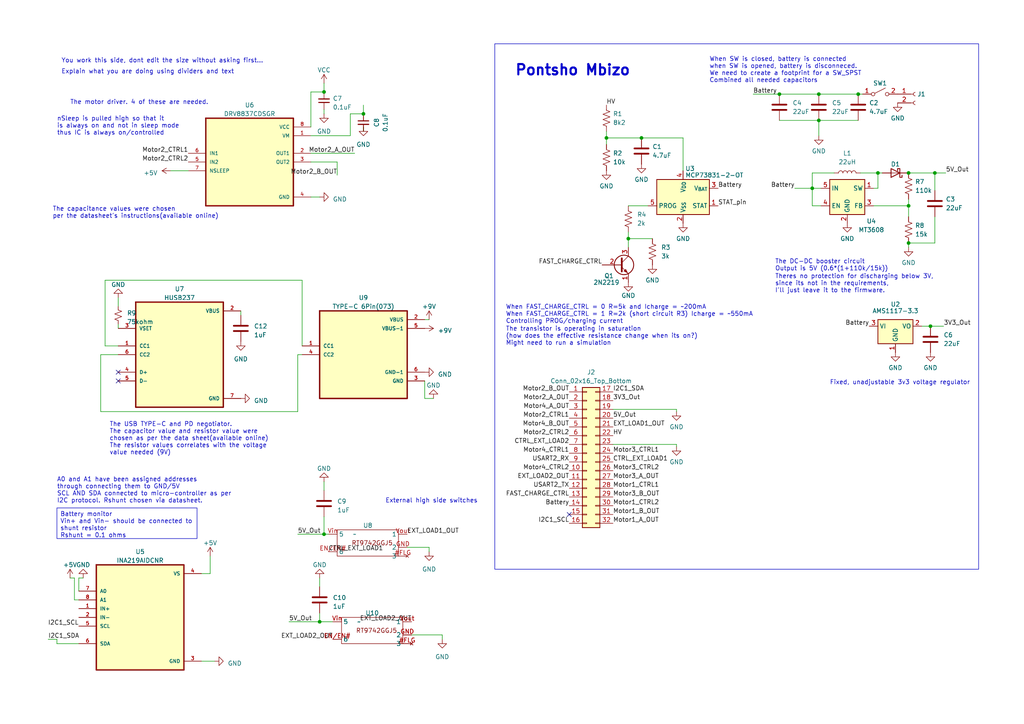
<source format=kicad_sch>
(kicad_sch (version 20230121) (generator eeschema)
  (paper "A4")
  (title_block (title "MM power subsystem") (date "2025-03-21") (rev "v0.0") (company "University Of Cape Town") (comment 2 "MBZPON001"))
  (lib_symbols
    (symbol "Battery_Management:MCP73831-2-OT"
      (property "Reference" "U" (at -7.62 6.35 0))
      (property "Value" "MCP73831-2-OT" (at 1.27 6.35 0))
      (symbol "MCP73831-2-OT_0_1"
        (rectangle (start -7.62 5.08) (end 7.62 -5.08) (stroke (width 0.254)) (fill (type background)))
      )
      (symbol "MCP73831-2-OT_1_1"
        (pin tri_state line (at 10.16 -2.54 180) (length 2.54) (name "STAT") (number "1"))
        (pin power_in line (at 0 -7.62 90) (length 2.54) (name "V_{SS}") (number "2"))
        (pin power_out line (at 10.16 2.54 180) (length 2.54) (name "V_{BAT}") (number "3"))
        (pin power_in line (at 0 7.62 270) (length 2.54) (name "V_{DD}") (number "4"))
        (pin input line (at -10.16 -2.54 0) (length 2.54) (name "PROG") (number "5"))
      )
    )
    (symbol "Connector:Conn_01x02_Socket" (pin_names (offset 1.016) hide)
      (property "Reference" "J" (at 0 2.54 0))
      (property "Value" "Conn_01x02_Socket" (at 0 -5.08 0))
      (symbol "Conn_01x02_Socket_1_1"
        (arc (start 0 -2.032) (mid -0.5058 -2.54) (end 0 -3.048) (stroke (width 0.1524)))
        (polyline (pts (xy -1.27 -2.54) (xy -0.508 -2.54)) (stroke (width 0.1524)))
        (polyline (pts (xy -1.27 0) (xy -0.508 0)) (stroke (width 0.1524)))
        (arc (start 0 0.508) (mid -0.5058 0) (end 0 -0.508) (stroke (width 0.1524)))
        (pin passive line (at -5.08 0 0) (length 3.81) (name "Pin_1") (number "1"))
        (pin passive line (at -5.08 -2.54 0) (length 3.81) (name "Pin_2") (number "2"))
      )
    )
    (symbol "Connector_Generic:Conn_02x16_Top_Bottom" (pin_names (offset 1.016) hide)
      (property "Reference" "J" (at 1.27 20.32 0))
      (property "Value" "Conn_02x16_Top_Bottom" (at 1.27 -22.86 0))
      (symbol "Conn_02x16_Top_Bottom_1_1"
        (rectangle (start -1.27 -20.193) (end 0 -20.447) (stroke (width 0.1524)))
        (rectangle (start -1.27 -17.653) (end 0 -17.907) (stroke (width 0.1524)))
        (rectangle (start -1.27 -15.113) (end 0 -15.367) (stroke (width 0.1524)))
        (rectangle (start -1.27 -12.573) (end 0 -12.827) (stroke (width 0.1524)))
        (rectangle (start -1.27 -10.033) (end 0 -10.287) (stroke (width 0.1524)))
        (rectangle (start -1.27 -7.493) (end 0 -7.747) (stroke (width 0.1524)))
        (rectangle (start -1.27 -4.953) (end 0 -5.207) (stroke (width 0.1524)))
        (rectangle (start -1.27 -2.413) (end 0 -2.667) (stroke (width 0.1524)))
        (rectangle (start -1.27 0.127) (end 0 -0.127) (stroke (width 0.1524)))
        (rectangle (start -1.27 2.667) (end 0 2.413) (stroke (width 0.1524)))
        (rectangle (start -1.27 5.207) (end 0 4.953) (stroke (width 0.1524)))
        (rectangle (start -1.27 7.747) (end 0 7.493) (stroke (width 0.1524)))
        (rectangle (start -1.27 10.287) (end 0 10.033) (stroke (width 0.1524)))
        (rectangle (start -1.27 12.827) (end 0 12.573) (stroke (width 0.1524)))
        (rectangle (start -1.27 15.367) (end 0 15.113) (stroke (width 0.1524)))
        (rectangle (start -1.27 17.907) (end 0 17.653) (stroke (width 0.1524)))
        (rectangle (start -1.27 19.05) (end 3.81 -21.59) (stroke (width 0.254)) (fill (type background)))
        (rectangle (start 3.81 -20.193) (end 2.54 -20.447) (stroke (width 0.1524)))
        (rectangle (start 3.81 -17.653) (end 2.54 -17.907) (stroke (width 0.1524)))
        (rectangle (start 3.81 -15.113) (end 2.54 -15.367) (stroke (width 0.1524)))
        (rectangle (start 3.81 -12.573) (end 2.54 -12.827) (stroke (width 0.1524)))
        (rectangle (start 3.81 -10.033) (end 2.54 -10.287) (stroke (width 0.1524)))
        (rectangle (start 3.81 -7.493) (end 2.54 -7.747) (stroke (width 0.1524)))
        (rectangle (start 3.81 -4.953) (end 2.54 -5.207) (stroke (width 0.1524)))
        (rectangle (start 3.81 -2.413) (end 2.54 -2.667) (stroke (width 0.1524)))
        (rectangle (start 3.81 0.127) (end 2.54 -0.127) (stroke (width 0.1524)))
        (rectangle (start 3.81 2.667) (end 2.54 2.413) (stroke (width 0.1524)))
        (rectangle (start 3.81 5.207) (end 2.54 4.953) (stroke (width 0.1524)))
        (rectangle (start 3.81 7.747) (end 2.54 7.493) (stroke (width 0.1524)))
        (rectangle (start 3.81 10.287) (end 2.54 10.033) (stroke (width 0.1524)))
        (rectangle (start 3.81 12.827) (end 2.54 12.573) (stroke (width 0.1524)))
        (rectangle (start 3.81 15.367) (end 2.54 15.113) (stroke (width 0.1524)))
        (rectangle (start 3.81 17.907) (end 2.54 17.653) (stroke (width 0.1524)))
        (pin passive line (at -5.08 17.78 0) (length 3.81) (name "Pin_1") (number "1"))
        (pin passive line (at -5.08 -5.08 0) (length 3.81) (name "Pin_10") (number "10"))
        (pin passive line (at -5.08 -7.62 0) (length 3.81) (name "Pin_11") (number "11"))
        (pin passive line (at -5.08 -10.16 0) (length 3.81) (name "Pin_12") (number "12"))
        (pin passive line (at -5.08 -12.7 0) (length 3.81) (name "Pin_13") (number "13"))
        (pin passive line (at -5.08 -15.24 0) (length 3.81) (name "Pin_14") (number "14"))
        (pin passive line (at -5.08 -17.78 0) (length 3.81) (name "Pin_15") (number "15"))
        (pin passive line (at -5.08 -20.32 0) (length 3.81) (name "Pin_16") (number "16"))
        (pin passive line (at 7.62 17.78 180) (length 3.81) (name "Pin_17") (number "17"))
        (pin passive line (at 7.62 15.24 180) (length 3.81) (name "Pin_18") (number "18"))
        (pin passive line (at 7.62 12.7 180) (length 3.81) (name "Pin_19") (number "19"))
        (pin passive line (at -5.08 15.24 0) (length 3.81) (name "Pin_2") (number "2"))
        (pin passive line (at 7.62 10.16 180) (length 3.81) (name "Pin_20") (number "20"))
        (pin passive line (at 7.62 7.62 180) (length 3.81) (name "Pin_21") (number "21"))
        (pin passive line (at 7.62 5.08 180) (length 3.81) (name "Pin_22") (number "22"))
        (pin passive line (at 7.62 2.54 180) (length 3.81) (name "Pin_23") (number "23"))
        (pin passive line (at 7.62 0 180) (length 3.81) (name "Pin_24") (number "24"))
        (pin passive line (at 7.62 -2.54 180) (length 3.81) (name "Pin_25") (number "25"))
        (pin passive line (at 7.62 -5.08 180) (length 3.81) (name "Pin_26") (number "26"))
        (pin passive line (at 7.62 -7.62 180) (length 3.81) (name "Pin_27") (number "27"))
        (pin passive line (at 7.62 -10.16 180) (length 3.81) (name "Pin_28") (number "28"))
        (pin passive line (at 7.62 -12.7 180) (length 3.81) (name "Pin_29") (number "29"))
        (pin passive line (at -5.08 12.7 0) (length 3.81) (name "Pin_3") (number "3"))
        (pin passive line (at 7.62 -15.24 180) (length 3.81) (name "Pin_30") (number "30"))
        (pin passive line (at 7.62 -17.78 180) (length 3.81) (name "Pin_31") (number "31"))
        (pin passive line (at 7.62 -20.32 180) (length 3.81) (name "Pin_32") (number "32"))
        (pin passive line (at -5.08 10.16 0) (length 3.81) (name "Pin_4") (number "4"))
        (pin passive line (at -5.08 7.62 0) (length 3.81) (name "Pin_5") (number "5"))
        (pin passive line (at -5.08 5.08 0) (length 3.81) (name "Pin_6") (number "6"))
        (pin passive line (at -5.08 2.54 0) (length 3.81) (name "Pin_7") (number "7"))
        (pin passive line (at -5.08 0 0) (length 3.81) (name "Pin_8") (number "8"))
        (pin passive line (at -5.08 -2.54 0) (length 3.81) (name "Pin_9") (number "9"))
      )
    )
    (symbol "DRV8837CDSGR:DRV8837CDSGR" (pin_names (offset 1.016))
      (property "Reference" "U" (at -12.7 13.7 0))
      (property "Value" "DRV8837CDSGR" (at -12.7 -16.7 0))
      (symbol "DRV8837CDSGR_0_0"
        (rectangle (start -12.7 -12.7) (end 12.7 12.7) (stroke (width 0.41)) (fill (type background)))
        (pin power_in line (at 17.78 7.62 180) (length 5.08) (name "VM") (number "1"))
        (pin output line (at 17.78 2.54 180) (length 5.08) (name "OUT1") (number "2"))
        (pin output line (at 17.78 0 180) (length 5.08) (name "OUT2") (number "3"))
        (pin power_in line (at 17.78 -10.16 180) (length 5.08) (name "GND") (number "4"))
        (pin input line (at -17.78 0 0) (length 5.08) (name "IN2") (number "5"))
        (pin input line (at -17.78 2.54 0) (length 5.08) (name "IN1") (number "6"))
        (pin input line (at -17.78 -2.54 0) (length 5.08) (name "NSLEEP") (number "7"))
        (pin power_in line (at 17.78 10.16 180) (length 5.08) (name "VCC") (number "8"))
      )
    )
    (symbol "Device:C" (pin_numbers hide) (pin_names (offset 0.254))
      (property "Reference" "C" (at 0.635 2.54 0))
      (property "Value" "C" (at 0.635 -2.54 0))
      (symbol "C_0_1"
        (polyline (pts (xy -2.032 -0.762) (xy 2.032 -0.762)) (stroke (width 0.508)))
        (polyline (pts (xy -2.032 0.762) (xy 2.032 0.762)) (stroke (width 0.508)))
      )
      (symbol "C_1_1"
        (pin passive line (at 0 3.81 270) (length 2.794) (name "~") (number "1"))
        (pin passive line (at 0 -3.81 90) (length 2.794) (name "~") (number "2"))
      )
    )
    (symbol "Device:C_Small" (pin_numbers hide) (pin_names (offset 0.254) hide)
      (property "Reference" "C" (at 0.254 1.778 0))
      (property "Value" "C_Small" (at 0.254 -2.032 0))
      (symbol "C_Small_0_1"
        (polyline (pts (xy -1.524 -0.508) (xy 1.524 -0.508)) (stroke (width 0.3302)))
        (polyline (pts (xy -1.524 0.508) (xy 1.524 0.508)) (stroke (width 0.3048)))
      )
      (symbol "C_Small_1_1"
        (pin passive line (at 0 2.54 270) (length 2.032) (name "~") (number "1"))
        (pin passive line (at 0 -2.54 90) (length 2.032) (name "~") (number "2"))
      )
    )
    (symbol "Device:L" (pin_numbers hide) (pin_names (offset 1.016) hide)
      (property "Reference" "L" (at -1.27 0 90))
      (property "Value" "L" (at 1.905 0 90))
      (symbol "L_0_1"
        (arc (start 0 -2.54) (mid 0.6323 -1.905) (end 0 -1.27))
        (arc (start 0 -1.27) (mid 0.6323 -0.635) (end 0 0))
        (arc (start 0 0) (mid 0.6323 0.635) (end 0 1.27))
        (arc (start 0 1.27) (mid 0.6323 1.905) (end 0 2.54))
      )
      (symbol "L_1_1"
        (pin passive line (at 0 3.81 270) (length 1.27) (name "1") (number "1"))
        (pin passive line (at 0 -3.81 90) (length 1.27) (name "2") (number "2"))
      )
    )
    (symbol "Device:R_Small_US" (pin_numbers hide) (pin_names (offset 0.254) hide)
      (property "Reference" "R" (at 0.762 0.508 0))
      (property "Value" "R_Small_US" (at 0.762 -1.016 0))
      (symbol "R_Small_US_1_1"
        (polyline (pts (xy 0 0) (xy 1.016 -0.381) (xy 0 -0.762) (xy -1.016 -1.143) (xy 0 -1.524)))
        (polyline (pts (xy 0 1.524) (xy 1.016 1.143) (xy 0 0.762) (xy -1.016 0.381) (xy 0 0)))
        (pin passive line (at 0 2.54 270) (length 1.016) (name "~") (number "1"))
        (pin passive line (at 0 -2.54 90) (length 1.016) (name "~") (number "2"))
      )
    )
    (symbol "Device:R_US" (pin_numbers hide) (pin_names (offset 0))
      (property "Reference" "R" (at 2.54 0 90))
      (property "Value" "R_US" (at -2.54 0 90))
      (symbol "R_US_0_1"
        (polyline (pts (xy 0 -2.286) (xy 0 -2.54)))
        (polyline (pts (xy 0 2.286) (xy 0 2.54)))
        (polyline (pts (xy 0 -0.762) (xy 1.016 -1.143) (xy 0 -1.524) (xy -1.016 -1.905) (xy 0 -2.286)))
        (polyline (pts (xy 0 0.762) (xy 1.016 0.381) (xy 0 0) (xy -1.016 -0.381) (xy 0 -0.762)))
        (polyline (pts (xy 0 2.286) (xy 1.016 1.905) (xy 0 1.524) (xy -1.016 1.143) (xy 0 0.762)))
      )
      (symbol "R_US_1_1"
        (pin passive line (at 0 3.81 270) (length 1.27) (name "~") (number "1"))
        (pin passive line (at 0 -3.81 90) (length 1.27) (name "~") (number "2"))
      )
    )
    (symbol "Diode:1N5819" (pin_numbers hide) (pin_names (offset 1.016) hide)
      (property "Reference" "D" (at 0 2.54 0))
      (property "Value" "1N5819" (at 0 -2.54 0))
      (symbol "1N5819_0_1"
        (polyline (pts (xy 1.27 0) (xy -1.27 0)))
        (polyline (pts (xy 1.27 1.27) (xy 1.27 -1.27) (xy -1.27 0) (xy 1.27 1.27)) (stroke (width 0.254)))
        (polyline (pts (xy -1.905 0.635) (xy -1.905 1.27) (xy -1.27 1.27) (xy -1.27 -1.27) (xy -0.635 -1.27) (xy -0.635 -0.635)) (stroke (width 0.254)))
      )
      (symbol "1N5819_1_1"
        (pin passive line (at -3.81 0 0) (length 2.54) (name "K") (number "1"))
        (pin passive line (at 3.81 0 180) (length 2.54) (name "A") (number "2"))
      )
    )
    (symbol "HUSB237:LM74502DDFR" (pin_names (offset 1.016))
      (property "Reference" "U" (at -12.7 16.24 0))
      (property "Value" "LM74502DDFR" (at -12.7 -19.24 0))
      (symbol "LM74502DDFR_0_0"
        (rectangle (start -12.7 -15.24) (end 12.7 15.24) (stroke (width 0.41)) (fill (type background)))
        (pin bidirectional line (at -17.78 2.54 0) (length 5.08) (name "CC1") (number "1"))
        (pin power_in line (at 17.78 12.7 180) (length 5.08) (name "VBUS") (number "2"))
        (pin input line (at -17.78 7.62 0) (length 5.08) (name "VSET") (number "3"))
        (pin bidirectional line (at -17.78 -5.08 0) (length 5.08) (name "D+") (number "4"))
        (pin bidirectional line (at -17.78 -7.62 0) (length 5.08) (name "D-") (number "5"))
        (pin bidirectional line (at -17.78 0 0) (length 5.08) (name "CC2") (number "6"))
        (pin power_in line (at 17.78 -12.7 180) (length 5.08) (name "GND") (number "7"))
      )
    )
    (symbol "INA219AIDCNR:INA219AIDCNR" (pin_names (offset 1.016))
      (property "Reference" "U" (at -12.7 16.24 0))
      (property "Value" "INA219AIDCNR" (at -12.7 -19.24 0))
      (symbol "INA219AIDCNR_0_0"
        (rectangle (start -12.7 -15.24) (end 12.7 15.24) (stroke (width 0.41)) (fill (type background)))
        (pin input line (at -17.78 2.54 0) (length 5.08) (name "IN+") (number "1"))
        (pin input line (at -17.78 0 0) (length 5.08) (name "IN-") (number "2"))
        (pin power_in line (at 17.78 -12.7 180) (length 5.08) (name "GND") (number "3"))
        (pin power_in line (at 17.78 12.7 180) (length 5.08) (name "VS") (number "4"))
        (pin input line (at -17.78 -2.54 0) (length 5.08) (name "SCL") (number "5"))
        (pin bidirectional line (at -17.78 -7.62 0) (length 5.08) (name "SDA") (number "6"))
        (pin input line (at -17.78 7.62 0) (length 5.08) (name "A0") (number "7"))
        (pin input line (at -17.78 5.08 0) (length 5.08) (name "A1") (number "8"))
      )
    )
    (symbol "Regulator_Linear:AMS1117-3.3"
      (property "Reference" "U" (at -3.81 3.175 0))
      (property "Value" "AMS1117-3.3" (at 0 3.175 0))
      (symbol "AMS1117-3.3_0_1"
        (rectangle (start -5.08 -5.08) (end 5.08 1.905) (stroke (width 0.254)) (fill (type background)))
      )
      (symbol "AMS1117-3.3_1_1"
        (pin power_in line (at 0 -7.62 90) (length 2.54) (name "GND") (number "1"))
        (pin power_out line (at 7.62 0 180) (length 2.54) (name "VO") (number "2"))
        (pin power_in line (at -7.62 0 0) (length 2.54) (name "VI") (number "3"))
      )
    )
    (symbol "Regulator_Switching:MT3608"
      (property "Reference" "U" (at -2.54 8.89 0))
      (property "Value" "MT3608" (at -3.81 6.35 0))
      (symbol "MT3608_0_1"
        (rectangle (start -5.08 5.08) (end 5.08 -5.08) (stroke (width 0.254)) (fill (type background)))
      )
      (symbol "MT3608_1_1"
        (pin passive line (at 7.62 2.54 180) (length 2.54) (name "SW") (number "1"))
        (pin power_in line (at 0 -7.62 90) (length 2.54) (name "GND") (number "2"))
        (pin input line (at 7.62 -2.54 180) (length 2.54) (name "FB") (number "3"))
        (pin input line (at -7.62 -2.54 0) (length 2.54) (name "EN") (number "4"))
        (pin power_in line (at -7.62 2.54 0) (length 2.54) (name "IN") (number "5"))
        (pin no_connect line (at 5.08 0 180) (length 2.54) hide (name "NC") (number "6"))
      )
    )
    (symbol "Switch:SW_SPST" (pin_names (offset 0) hide)
      (property "Reference" "SW" (at 0 3.175 0))
      (property "Value" "SW_SPST" (at 0 -2.54 0))
      (symbol "SW_SPST_0_0"
        (circle (center -2.032 0) (radius 0.508))
        (polyline (pts (xy -1.524 0.254) (xy 1.524 1.778)))
        (circle (center 2.032 0) (radius 0.508))
      )
      (symbol "SW_SPST_1_1"
        (pin passive line (at -5.08 0 0) (length 2.54) (name "A") (number "1"))
        (pin passive line (at 5.08 0 180) (length 2.54) (name "B") (number "2"))
      )
    )
    (symbol "TYPE-C 6P(073):LM74502DDFR" (pin_names (offset 1.016))
      (property "Reference" "U" (at -12.7 13.7 0))
      (property "Value" "LM74502DDFR" (at -12.7 -16.7 0))
      (symbol "LM74502DDFR_0_0"
        (rectangle (start -12.7 -12.7) (end 12.7 12.7) (stroke (width 0.41)) (fill (type background)))
        (pin bidirectional line (at -17.78 2.54 0) (length 5.08) (name "CC1") (number "1"))
        (pin power_in line (at 17.78 10.16 180) (length 5.08) (name "VBUS") (number "2"))
        (pin power_in line (at 17.78 -7.62 180) (length 5.08) (name "GND") (number "3"))
        (pin bidirectional line (at -17.78 0 0) (length 5.08) (name "CC2") (number "4"))
        (pin power_in line (at 17.78 7.62 180) (length 5.08) (name "VBUS-1") (number "5"))
        (pin power_in line (at 17.78 -5.08 180) (length 5.08) (name "GND-1") (number "6"))
      )
    )
    (symbol "Transistor_BJT:2N2219" (pin_names (offset 0) hide)
      (property "Reference" "Q" (at 5.08 1.905 0))
      (property "Value" "2N2219" (at 5.08 0 0))
      (symbol "2N2219_0_1"
        (polyline (pts (xy 0.635 0.635) (xy 2.54 2.54)))
        (polyline (pts (xy 0.635 -0.635) (xy 2.54 -2.54) (xy 2.54 -2.54)))
        (polyline (pts (xy 0.635 1.905) (xy 0.635 -1.905) (xy 0.635 -1.905)) (stroke (width 0.508)))
        (polyline (pts (xy 1.27 -1.778) (xy 1.778 -1.27) (xy 2.286 -2.286) (xy 1.27 -1.778) (xy 1.27 -1.778)) (fill (type outline)))
        (circle (center 1.27 0) (radius 2.8194) (stroke (width 0.254)))
      )
      (symbol "2N2219_1_1"
        (pin passive line (at 2.54 -5.08 90) (length 2.54) (name "E") (number "1"))
        (pin passive line (at -5.08 0 0) (length 5.715) (name "B") (number "2"))
        (pin passive line (at 2.54 5.08 270) (length 2.54) (name "C") (number "3"))
      )
    )
    (symbol "external swith:RT9742GGj5"
      (property "Reference" "U4" (at 2.54 -2.54 0))
      (symbol "RT9742GGj5_0_1"
        (rectangle (start -2.54 -1.27) (end 15.24 -8.89))
      )
      (symbol "RT9742GGj5_1_1"
        (text "RT9742GGJ5" (at 7.62 -5.08 0) (effects (font (size 1.27 1.27))))
        (pin no_connect line (at 17.78 -8.89 180) (length 2.54) (name "3") (number "#FLG"))
        (pin input line (at -5.08 -7.62 0) (length 2.54) (name "6") (number "EN/EN#"))
        (pin power_in line (at 17.78 -6.35 180) (length 2.54) (name "2") (number "GND"))
        (pin power_in line (at -5.08 -2.54 0) (length 2.54) (name "5") (number "Vin"))
        (pin power_out line (at 17.78 -2.54 180) (length 2.54) (name "1") (number "Vout"))
      )
    )
    (symbol "power:+5V" (power) (pin_names (offset 0))
      (property "Value" "+5V" (at 0 3.556 0))
      (symbol "+5V_0_1"
        (polyline (pts (xy -0.762 1.27) (xy 0 2.54)))
        (polyline (pts (xy 0 0) (xy 0 2.54)))
        (polyline (pts (xy 0 2.54) (xy 0.762 1.27)))
      )
      (symbol "+5V_1_1"
        (pin power_in line (at 0 0 90) (length 0) hide (name "+5V") (number "1"))
      )
    )
    (symbol "power:+9V" (power) (pin_names (offset 0))
      (property "Value" "+9V" (at 0 3.556 0))
      (symbol "+9V_0_1"
        (polyline (pts (xy -0.762 1.27) (xy 0 2.54)))
        (polyline (pts (xy 0 0) (xy 0 2.54)))
        (polyline (pts (xy 0 2.54) (xy 0.762 1.27)))
      )
      (symbol "+9V_1_1"
        (pin power_in line (at 0 0 90) (length 0) hide (name "+9V") (number "1"))
      )
    )
    (symbol "power:GND" (power) (pin_names (offset 0))
      (property "Value" "GND" (at 0 -3.81 0))
      (symbol "GND_0_1"
        (polyline (pts (xy 0 0) (xy 0 -1.27) (xy 1.27 -1.27) (xy 0 -2.54) (xy -1.27 -1.27) (xy 0 -1.27)))
      )
      (symbol "GND_1_1"
        (pin power_in line (at 0 0 270) (length 0) hide (name "GND") (number "1"))
      )
    )
    (symbol "power:VCC" (power) (pin_names (offset 0))
      (property "Value" "VCC" (at 0 3.81 0))
      (symbol "VCC_0_1"
        (polyline (pts (xy -0.762 1.27) (xy 0 2.54)))
        (polyline (pts (xy 0 0) (xy 0 2.54)))
        (polyline (pts (xy 0 2.54) (xy 0.762 1.27)))
      )
      (symbol "VCC_1_1"
        (pin power_in line (at 0 0 90) (length 0) hide (name "VCC") (number "1"))
      )
    )
  )
  (junction (at 269.875 94.615))
  (junction (at 182.245 69.215))
  (junction (at 263.525 59.69))
  (junction (at 226.06 27.305))
  (junction (at 237.49 34.925))
  (junction (at 105.41 33.02))
  (junction (at 237.49 27.305))
  (junction (at 235.585 54.61))
  (junction (at 248.92 27.305))
  (junction (at 263.525 70.485))
  (junction (at 93.98 154.94))
  (junction (at 254.635 50.165))
  (junction (at 186.055 40.005))
  (junction (at 271.145 50.165))
  (junction (at 263.525 50.165))
  (junction (at 175.895 40.005))
  (junction (at 93.98 26.67))
  (junction (at 92.71 180.34))
  (no_connect (at 34.29 110.49))
  (no_connect (at 34.29 107.95))
  (no_connect (at 165.1 149.225))
  (wire (pts (xy 235.585 59.69) (xy 235.585 54.61)))
  (wire (pts (xy 86.36 102.87) (xy 87.63 102.87)))
  (wire (pts (xy 218.44 27.305) (xy 226.06 27.305)))
  (wire (pts (xy 226.06 34.925) (xy 237.49 34.925)))
  (wire (pts (xy 22.86 173.99) (xy 21.59 173.99)))
  (wire (pts (xy 83.82 180.34) (xy 92.71 180.34)))
  (wire (pts (xy 21.59 167.64) (xy 20.32 167.64)))
  (wire (pts (xy 90.17 39.37) (xy 101.6 39.37)))
  (wire (pts (xy 90.17 26.67) (xy 93.98 26.67)))
  (wire (pts (xy 93.98 154.94) (xy 93.98 149.86)))
  (wire (pts (xy 182.245 59.69) (xy 187.96 59.69)))
  (wire (pts (xy 177.8 118.745) (xy 196.215 118.745)))
  (wire (pts (xy 182.245 67.31) (xy 182.245 69.215)))
  (wire (pts (xy 263.525 71.755) (xy 263.525 70.485)))
  (wire (pts (xy 271.145 50.165) (xy 263.525 50.165)))
  (wire (pts (xy 97.79 46.99) (xy 90.17 46.99)))
  (wire (pts (xy 101.6 39.37) (xy 101.6 33.02)))
  (wire (pts (xy 34.29 102.87) (xy 29.21 102.87)))
  (wire (pts (xy 87.63 81.28) (xy 87.63 100.33)))
  (wire (pts (xy 196.215 118.745) (xy 196.215 119.38)))
  (wire (pts (xy 198.12 40.005) (xy 186.055 40.005)))
  (wire (pts (xy 86.36 119.38) (xy 86.36 102.87)))
  (wire (pts (xy 267.335 94.615) (xy 269.875 94.615)))
  (wire (pts (xy 90.17 26.67) (xy 90.17 36.83)))
  (wire (pts (xy 34.29 100.33) (xy 30.48 100.33)))
  (wire (pts (xy 235.585 54.61) (xy 238.125 54.61)))
  (wire (pts (xy 238.125 59.69) (xy 235.585 59.69)))
  (wire (pts (xy 226.06 27.305) (xy 237.49 27.305)))
  (wire (pts (xy 235.585 50.165) (xy 235.585 54.61)))
  (wire (pts (xy 118.11 158.75) (xy 124.46 158.75)))
  (wire (pts (xy 182.245 69.215) (xy 189.23 69.215)))
  (wire (pts (xy 86.36 154.94) (xy 93.98 154.94)))
  (wire (pts (xy 34.29 93.98) (xy 34.29 95.25)))
  (wire (pts (xy 175.895 38.1) (xy 175.895 40.005)))
  (wire (pts (xy 248.92 27.305) (xy 250.19 27.305)))
  (wire (pts (xy 271.145 62.865) (xy 271.145 70.485)))
  (wire (pts (xy 69.85 90.17) (xy 69.85 91.44)))
  (wire (pts (xy 92.71 167.64) (xy 92.71 170.18)))
  (wire (pts (xy 186.055 40.005) (xy 175.895 40.005)))
  (wire (pts (xy 230.505 54.61) (xy 235.585 54.61)))
  (wire (pts (xy 198.12 49.53) (xy 198.12 40.005)))
  (wire (pts (xy 34.29 86.36) (xy 34.29 88.9)))
  (wire (pts (xy 16.51 186.69) (xy 22.86 186.69)))
  (wire (pts (xy 237.49 39.37) (xy 237.49 34.925)))
  (wire (pts (xy 123.19 92.71) (xy 124.46 92.71)))
  (wire (pts (xy 253.365 54.61) (xy 254.635 54.61)))
  (wire (pts (xy 92.71 180.34) (xy 96.52 180.34)))
  (wire (pts (xy 49.53 49.53) (xy 54.61 49.53)))
  (wire (pts (xy 93.98 139.7) (xy 93.98 142.24)))
  (wire (pts (xy 29.21 119.38) (xy 86.36 119.38)))
  (wire (pts (xy 271.145 70.485) (xy 263.525 70.485)))
  (wire (pts (xy 22.86 171.45) (xy 22.86 167.64)))
  (wire (pts (xy 16.51 185.42) (xy 16.51 186.69)))
  (wire (pts (xy 271.145 50.165) (xy 274.32 50.165)))
  (wire (pts (xy 124.46 158.75) (xy 124.46 160.02)))
  (wire (pts (xy 13.97 185.42) (xy 16.51 185.42)))
  (wire (pts (xy 182.245 69.215) (xy 182.245 71.755)))
  (wire (pts (xy 105.41 38.1) (xy 105.41 36.83)))
  (wire (pts (xy 105.41 30.48) (xy 105.41 33.02)))
  (wire (pts (xy 241.935 50.165) (xy 235.585 50.165)))
  (wire (pts (xy 90.17 57.15) (xy 92.71 57.15)))
  (wire (pts (xy 254.635 54.61) (xy 254.635 50.165)))
  (wire (pts (xy 271.145 55.245) (xy 271.145 50.165)))
  (wire (pts (xy 102.87 44.45) (xy 90.17 44.45)))
  (wire (pts (xy 177.8 128.905) (xy 196.215 128.905)))
  (wire (pts (xy 29.21 102.87) (xy 29.21 119.38)))
  (wire (pts (xy 30.48 81.28) (xy 87.63 81.28)))
  (wire (pts (xy 263.525 59.69) (xy 263.525 62.865)))
  (wire (pts (xy 196.215 128.905) (xy 196.215 129.54)))
  (wire (pts (xy 58.42 166.37) (xy 60.96 166.37)))
  (wire (pts (xy 125.73 115.57) (xy 123.19 115.57)))
  (wire (pts (xy 254.635 50.165) (xy 255.905 50.165)))
  (wire (pts (xy 269.875 94.615) (xy 273.685 94.615)))
  (wire (pts (xy 22.86 167.64) (xy 24.13 167.64)))
  (wire (pts (xy 93.98 154.94) (xy 95.25 154.94)))
  (wire (pts (xy 263.525 57.785) (xy 263.525 59.69)))
  (wire (pts (xy 58.42 191.77) (xy 62.23 191.77)))
  (wire (pts (xy 123.19 115.57) (xy 123.19 110.49)))
  (wire (pts (xy 97.79 50.8) (xy 97.79 46.99)))
  (wire (pts (xy 119.38 184.15) (xy 128.27 184.15)))
  (wire (pts (xy 249.555 50.165) (xy 254.635 50.165)))
  (wire (pts (xy 60.96 166.37) (xy 60.96 161.29)))
  (wire (pts (xy 93.98 24.13) (xy 93.98 26.67)))
  (wire (pts (xy 101.6 33.02) (xy 105.41 33.02)))
  (wire (pts (xy 175.895 40.005) (xy 175.895 41.91)))
  (wire (pts (xy 237.49 27.305) (xy 248.92 27.305)))
  (wire (pts (xy 21.59 173.99) (xy 21.59 167.64)))
  (wire (pts (xy 253.365 59.69) (xy 263.525 59.69)))
  (wire (pts (xy 128.27 184.15) (xy 128.27 185.42)))
  (wire (pts (xy 30.48 100.33) (xy 30.48 81.28)))
  (wire (pts (xy 92.71 177.8) (xy 92.71 180.34)))
  (wire (pts (xy 93.98 31.75) (xy 93.98 33.02)))
  (wire (pts (xy 237.49 34.925) (xy 248.92 34.925)))
  (rectangle (start 143.51 12.7) (end 283.845 165.1))
  (text_box "Battery monitor\nVin+ and Vin- should be connected to shunt resistor\nRshunt = 0.1 ohms" (at 16.51 147.32 0) (size 40.64 8.89) (effects (font (size 1.27 1.27)) (justify left top)))
  (text "nSleep is pulled high so that it\nis always on and not in sleep mode\nthus IC is always on/controlled " (at 16.51 39.37 0) (effects (font (size 1.27 1.27)) (justify left bottom)))
  (text "Theres no protection for discharging below 3V, \nsince its not in the requirements,\nI'll just leave it to the firmware." (at 224.79 85.09 0) (effects (font (size 1.27 1.27)) (justify left bottom)))
  (text "The capacitance values were chosen \nper the datasheet's instructions(available online) \n" (at 15.24 63.5 0) (effects (font (size 1.27 1.27)) (justify left bottom)))
  (text "Pontsho Mbizo" (at 149.225 22.225 0) (effects (font (size 3 3) (thickness 0.6) bold) (justify left bottom)))
  (text "The motor driver. 4 of these are needed. " (at 20.32 30.48 0) (effects (font (size 1.27 1.27)) (justify left bottom)))
  (text "Explain what you are doing using dividers and text" (at 17.78 21.59 0) (effects (font (size 1.27 1.27)) (justify left bottom)))
  (text "The DC-DC booster circuit\nOutput is 5V (0.6*(1+110k/15k))" (at 224.79 78.74 0) (effects (font (size 1.27 1.27)) (justify left bottom)))
  (text "When SW is closed, battery is connected\nwhen SW is opened, battery is disconneced.\nWe need to create a footprint for a SW_SPST\nCombined all needed capacitors\n" (at 205.74 24.13 0) (effects (font (size 1.27 1.27)) (justify left bottom)))
  (text "The transistor is operating in saturation\n(how does the effective resistance change when its on?)\nMight need to run a simulation\n" (at 146.685 100.33 0) (effects (font (size 1.27 1.27)) (justify left bottom)))
  (text "External high side switches " (at 111.76 146.05 0) (effects (font (size 1.27 1.27)) (justify left bottom)))
  (text "When FAST_CHARGE_CTRL = 0 R=5k and Icharge = ~200mA\nWhen FAST_CHARGE_CTRL = 1 R=2k (short circuit R3) Icharge = ~550mA\nControlling PROG/charging current" (at 146.685 93.98 0) (effects (font (size 1.27 1.27)) (justify left bottom)))
  (text "A0 and A1 have been assigned addresses \nthrough connecting them to GND/5V\nSCL AND SDA connected to micro-controller as per \nI2C protocol. Rshunt chosen via datasheet. " (at 16.51 146.05 0) (effects (font (size 1.27 1.27)) (justify left bottom)))
  (text "Fixed, unadjustable 3v3 voltage regulator" (at 240.665 111.76 0) (effects (font (size 1.27 1.27)) (justify left bottom)))
  (text "You work this side, dont edit the size without asking first..." (at 17.78 18.415 0) (effects (font (size 1.27 1.27)) (justify left bottom)))
  (text "The USB TYPE-C and PD negotiator. \nThe capacitor value and resistor value were \nchosen as per the data sheet(available online)\nThe resistor values correlates with the voltage \nvalue needed (9V)" (at 31.75 132.08 0) (effects (font (size 1.27 1.27)) (justify left bottom)))
  (label "Motor3_A_OUT" (at 177.8 139.065 0))
  (label "FAST_CHARGE_CTRL" (at 174.625 76.835 180))
  (label "CTRL_EXT_LOAD1" (at 95.25 160.02 0))
  (label "Motor2_A_OUT" (at 165.1 116.205 180))
  (label "Motor2_CTRL2" (at 54.61 46.99 180))
  (label "Motor2_CTRL1" (at 54.61 44.45 180))
  (label "3V3_Out" (at 177.8 116.205 0))
  (label "USART2_TX" (at 165.1 141.605 180))
  (label "5V_Out" (at 177.8 121.285 0))
  (label "Motor4_CTRL2" (at 165.1 136.525 180))
  (label "3V3_Out" (at 273.685 94.615 0))
  (label "HV" (at 175.895 30.48 0))
  (label "I2C1_SDA" (at 177.8 113.665 0))
  (label "CTRL_EXT_LOAD1" (at 177.8 133.985 0))
  (label "Motor1_CTRL1" (at 177.8 141.605 0))
  (label "Battery" (at 218.44 27.305 0))
  (label "Motor1_B_OUT" (at 177.8 149.225 0))
  (label "EXT_LOAD2_OUT" (at 96.52 185.42 180))
  (label "I2C1_SCL" (at 165.1 151.765 180))
  (label "Motor2_A_OUT" (at 102.87 44.45 180))
  (label "Battery" (at 165.1 146.685 180))
  (label "I2C1_SCL" (at 22.86 181.61 180))
  (label "FAST_CHARGE_CTRL" (at 165.1 144.145 180))
  (label "Motor2_CTRL2" (at 165.1 126.365 180))
  (label "Motor4_A_OUT" (at 165.1 118.745 180))
  (label "Motor3_B_OUT" (at 177.8 144.145 0))
  (label "Motor4_B_OUT" (at 165.1 123.825 180))
  (label "Motor2_B_OUT" (at 97.79 50.8 180))
  (label "EXT_LOAD1_OUT" (at 177.8 123.825 0))
  (label "Motor1_A_OUT" (at 177.8 151.765 0))
  (label "USART2_RX" (at 165.1 133.985 180))
  (label "EXT_LOAD2_OUT" (at 165.1 139.065 180))
  (label "Motor4_CTRL1" (at 165.1 131.445 180))
  (label "Motor2_B_OUT" (at 165.1 113.665 180))
  (label "5V_Out" (at 86.36 154.94 0))
  (label "5V_Out" (at 83.82 180.34 0))
  (label "EXT_LOAD2_OUT" (at 119.38 180.34 180))
  (label "Motor3_CTRL2" (at 177.8 136.525 0))
  (label "I2C1_SDA" (at 13.97 185.42 0))
  (label "Motor1_CTRL2" (at 177.8 146.685 0))
  (label "Motor3_CTRL1" (at 177.8 131.445 0))
  (label "HV" (at 177.8 126.365 0))
  (label "5V_Out" (at 274.32 50.165 0))
  (label "STAT_pin" (at 208.28 59.69 0))
  (label "Motor2_CTRL1" (at 165.1 121.285 180))
  (label "CTRL_EXT_LOAD2" (at 165.1 128.905 180))
  (label "Battery" (at 252.095 94.615 180))
  (label "Battery" (at 230.505 54.61 180))
  (label "Battery" (at 208.28 54.61 0))
  (label "EXT_LOAD1_OUT" (at 118.11 154.94 0))
  (symbol (lib_id "power:GND") (at 124.46 160.02 0) (unit 1)
    (property "Reference" "#PWR022" (effects hide))
    (property "Value" "GND" (at 124.46 165.1 0))
  )
  (symbol (lib_id "power:GND") (at 92.71 57.15 90) (unit 1)
    (property "Reference" "#PWR014" (effects hide))
    (property "Value" "GND" (at 96.52 57.785 90) (effects (justify right)))
  )
  (symbol (lib_id "power:+9V") (at 124.46 92.71 0) (unit 1)
    (property "Reference" "#PWR028" (effects hide))
    (property "Value" "+9V" (at 124.46 88.9 0))
  )
  (symbol (lib_id "Regulator_Switching:MT3608") (at 245.745 57.15 0) (unit 1)
    (property "Reference" "U4" (at 252.73 64.135 0))
    (property "Value" "MT3608" (at 252.73 66.675 0))
    (property "Footprint" "Package_TO_SOT_SMD:SOT-23-6" (effects hide))
    (property "Datasheet" "https://jlcpcb.com/api/file/downloadByFileSystemAccessId/8586177722473730048" (effects hide))
    (property "LCSC" "C84817" (effects hide))
  )
  (symbol (lib_id "power:GND") (at 69.85 115.57 90) (unit 1)
    (property "Reference" "#PWR026" (effects hide))
    (property "Value" "GND" (at 73.66 116.205 90) (effects (justify right)))
  )
  (symbol (lib_id "Device:R_US") (at 182.245 63.5 0) (unit 1)
    (property "Reference" "R4" (at 184.785 62.23 0) (effects (justify left)))
    (property "Value" "2k" (at 184.785 64.77 0) (effects (justify left)))
  )
  (symbol (lib_id "Device:C") (at 93.98 146.05 0) (unit 1)
    (property "Reference" "C9" (at 97.79 145.415 0) (effects (justify left)))
    (property "Value" "1uF" (at 97.79 147.955 0) (effects (justify left)))
  )
  (symbol (lib_id "Device:L") (at 245.745 50.165 90) (unit 1)
    (property "Reference" "L1" (at 245.745 44.45 90))
    (property "Value" "22uH" (at 245.745 46.99 90))
  )
  (symbol (lib_id "power:GND") (at 189.23 76.835 0) (unit 1)
    (property "Reference" "#PWR06" (effects hide))
    (property "Value" "GND" (at 189.23 81.28 0))
  )
  (symbol (lib_id "power:GND") (at 93.98 139.7 180) (unit 1)
    (property "Reference" "#PWR023" (effects hide))
    (property "Value" "GND" (at 93.98 135.89 0))
  )
  (symbol (lib_id "power:GND") (at 196.215 119.38 0) (unit 1)
    (property "Reference" "#PWR07" (effects hide))
    (property "Value" "GND" (at 196.215 123.825 0))
  )
  (symbol (lib_id "power:GND") (at 259.715 102.235 0) (unit 1)
    (property "Reference" "#PWR012" (effects hide))
    (property "Value" "GND" (at 259.715 106.68 0))
  )
  (symbol (lib_id "Battery_Management:MCP73831-2-OT") (at 198.12 57.15 0) (unit 1)
    (property "Reference" "U3" (at 198.755 48.895 0) (effects (justify left)))
    (property "Value" "MCP73831-2-OT" (at 198.755 50.8 0) (effects (justify left)))
    (property "Footprint" "Package_TO_SOT_SMD:SOT-23-5" (effects hide))
    (property "Datasheet" "http://ww1.microchip.com/downloads/en/DeviceDoc/20001984g.pdf" (effects hide))
    (property "LCSC" "C14879" (effects hide))
  )
  (symbol (lib_id "Device:C") (at 69.85 95.25 0) (unit 1)
    (property "Reference" "C12" (at 73.66 94.615 0) (effects (justify left)))
    (property "Value" "1uF" (at 73.66 97.155 0) (effects (justify left)))
  )
  (symbol (lib_id "power:GND") (at 123.19 107.95 90) (unit 1)
    (property "Reference" "#PWR031" (effects hide))
    (property "Value" "GND" (at 127 108.585 90) (effects (justify right)))
  )
  (symbol (lib_id "power:GND") (at 237.49 39.37 0) (unit 1)
    (property "Reference" "#PWR03" (effects hide))
    (property "Value" "GND" (at 237.49 43.815 0))
  )
  (symbol (lib_id "Device:R_US") (at 175.895 34.29 0) (unit 1)
    (property "Reference" "R1" (at 177.8 33.02 0) (effects (justify left)))
    (property "Value" "8k2" (at 177.8 35.56 0) (effects (justify left)))
  )
  (symbol (lib_id "power:GND") (at 263.525 71.755 0) (unit 1)
    (property "Reference" "#PWR011" (effects hide))
    (property "Value" "GND" (at 263.525 76.2 0))
  )
  (symbol (lib_id "Device:C_Small") (at 105.41 35.56 0) (unit 1)
    (property "Reference" "C8" (at 109.22 35.56 90))
    (property "Value" "0.1uF" (at 111.76 35.56 90))
  )
  (symbol (lib_id "power:GND") (at 125.73 115.57 180) (unit 1)
    (property "Reference" "#PWR030" (effects hide))
    (property "Value" "GND" (at 125.73 111.76 0))
  )
  (symbol (lib_id "power:GND") (at 128.27 185.42 0) (unit 1)
    (property "Reference" "#PWR021" (effects hide))
    (property "Value" "GND" (at 128.27 190.5 0))
  )
  (symbol (lib_id "power:GND") (at 62.23 191.77 90) (unit 1)
    (property "Reference" "#PWR017" (effects hide))
    (property "Value" "GND" (at 66.04 192.405 90) (effects (justify right)))
  )
  (symbol (lib_id "power:+5V") (at 49.53 49.53 90) (unit 1)
    (property "Reference" "#PWR033" (effects hide))
    (property "Value" "+5V" (at 45.72 50.165 90) (effects (justify left)))
  )
  (symbol (lib_id "Connector:Conn_01x02_Socket") (at 265.43 27.305 0) (unit 1)
    (property "Reference" "J1" (at 266.065 27.305 0) (effects (justify left)))
    (property "Value" "Conn_01x02_Socket" (effects hide))
  )
  (symbol (lib_id "power:+5V") (at 60.96 161.29 0) (unit 1)
    (property "Reference" "#PWR019" (effects hide))
    (property "Value" "+5V" (at 60.96 157.48 0))
  )
  (symbol (lib_id "power:VCC") (at 93.98 24.13 0) (unit 1)
    (property "Reference" "#PWR018" (effects hide))
    (property "Value" "VCC" (at 93.98 20.32 0))
  )
  (symbol (lib_id "power:+9V") (at 123.19 95.25 270) (unit 1)
    (property "Reference" "#PWR032" (effects hide))
    (property "Value" "+9V" (at 127 95.885 90) (effects (justify left)))
  )
  (symbol (lib_id "power:GND") (at 34.29 86.36 180) (unit 1)
    (property "Reference" "#PWR027" (effects hide))
    (property "Value" "GND" (at 34.29 82.55 0))
  )
  (symbol (lib_id "power:+5V") (at 20.32 167.64 0) (unit 1)
    (property "Reference" "#PWR020" (effects hide))
    (property "Value" "+5V" (at 20.32 163.83 0))
  )
  (symbol (lib_id "Device:C") (at 269.875 98.425 0) (unit 1)
    (property "Reference" "C6" (at 273.685 97.155 0) (effects (justify left)))
    (property "Value" "22uF" (at 273.685 99.695 0) (effects (justify left)))
  )
  (symbol (lib_id "Device:C") (at 248.92 31.115 0) (unit 1)
    (property "Reference" "C2" (at 252.095 29.845 0) (effects (justify left)))
    (property "Value" "4.7uF" (at 252.095 32.385 0) (effects (justify left)))
  )
  (symbol (lib_id "DRV8837CDSGR:DRV8837CDSGR") (at 72.39 46.99 0) (unit 1)
    (property "Reference" "U6" (at 72.39 30.48 0))
    (property "Value" "DRV8837CDSGR" (at 72.39 33.02 0))
    (property "Footprint" "DRV8837CDSGR:SON50P200X200X80-9N" (effects hide))
    (property "MF" "Texas Instruments" (effects hide))
    (property "Description" "\n                        \n                            12-V, 1-A H-bridge motor driver\n                        \n" (effects hide))
    (property "Package" "WSON-8 Texas Instruments" (effects hide))
    (property "Price" "None" (effects hide))
    (property "SnapEDA_Link" "https://www.snapeda.com/parts/DRV8837CDSGR/Texas+Instruments/view-part/?ref=snap" (effects hide))
    (property "MP" "DRV8837CDSGR" (effects hide))
    (property "Availability" "In Stock" (effects hide))
    (property "Check_prices" "https://www.snapeda.com/parts/DRV8837CDSGR/Texas+Instruments/view-part/?ref=eda" (effects hide))
  )
  (symbol (lib_id "Device:C") (at 271.145 59.055 0) (unit 1)
    (property "Reference" "C3" (at 274.32 57.785 0) (effects (justify left)))
    (property "Value" "22uF" (at 274.32 60.325 0) (effects (justify left)))
  )
  (symbol (lib_id "external swith:RT9742GGj5") (at 101.6 177.8 0) (unit 1)
    (property "Reference" "U10" (at 107.95 177.8 0))
    (property "Value" "~" (at 104.14 180.34 0))
  )
  (symbol (lib_id "Device:C") (at 226.06 31.115 0) (unit 1)
    (property "Reference" "C4" (at 229.87 29.845 0) (effects (justify left)))
    (property "Value" "22uF" (at 229.87 32.385 0) (effects (justify left)))
  )
  (symbol (lib_id "power:GND") (at 186.055 47.625 0) (unit 1)
    (property "Reference" "#PWR02" (effects hide))
    (property "Value" "GND" (at 186.055 52.07 0))
  )
  (symbol (lib_id "power:GND") (at 93.98 33.02 0) (unit 1)
    (property "Reference" "#PWR015" (effects hide))
    (property "Value" "GND" (at 93.98 38.1 0))
  )
  (symbol (lib_id "Device:C") (at 186.055 43.815 0) (unit 1)
    (property "Reference" "C1" (at 189.23 42.545 0) (effects (justify left)))
    (property "Value" "4.7uF" (at 189.23 45.085 0) (effects (justify left)))
  )
  (symbol (lib_id "power:GND") (at 196.215 129.54 0) (unit 1)
    (property "Reference" "#PWR010" (effects hide))
    (property "Value" "GND" (at 196.215 133.985 0))
  )
  (symbol (lib_id "TYPE-C 6P(073):LM74502DDFR") (at 105.41 102.87 0) (unit 1)
    (property "Reference" "U9" (at 105.41 86.36 0))
    (property "Value" "TYPE-C 6Pin(073)" (at 105.41 88.9 0))
    (property "Footprint" "LM74502DDFR:SOT65P280X110-8N" (effects hide))
    (property "MF" "Texas Instruments" (effects hide))
    (property "Description" "\n                        \n                            3.2-V to 65-V industrial RPP controller with load disconnect and OVP\n                        \n" (effects hide))
    (property "Package" "SOT-23-THN-8 Texas Instruments" (effects hide))
    (property "Price" "None" (effects hide))
    (property "Check_prices" "https://www.snapeda.com/parts/LM74502DDFR/Texas+Instruments/view-part/?ref=eda" (effects hide))
    (property "SnapEDA_Link" "https://www.snapeda.com/parts/LM74502DDFR/Texas+Instruments/view-part/?ref=snap" (effects hide))
    (property "MP" "LM74502DDFR" (effects hide))
    (property "Availability" "In Stock" (effects hide))
    (property "Manufacturer" "Texas Instruments" (effects hide))
  )
  (symbol (lib_id "power:GND") (at 92.71 167.64 180) (unit 1)
    (property "Reference" "#PWR024" (effects hide))
    (property "Value" "GND" (at 92.71 163.83 0))
  )
  (symbol (lib_id "Switch:SW_SPST") (at 255.27 27.305 0) (unit 1)
    (property "Reference" "SW1" (at 255.27 24.13 0))
    (property "Value" "SW_SPST" (effects hide))
  )
  (symbol (lib_id "INA219AIDCNR:INA219AIDCNR") (at 40.64 179.07 0) (unit 1)
    (property "Reference" "U5" (at 40.64 160.02 0))
    (property "Value" "INA219AIDCNR" (at 40.64 162.56 0))
    (property "Footprint" "INA219AIDCNR:SOT65P280X145-8N" (effects hide))
    (property "MF" "Texas Instruments" (effects hide))
    (property "Description" "\n                        \n                            26-V 12-bit I2C output digital power monitor\n                        \n" (effects hide))
    (property "Package" "SOT-23-8 Texas Instruments" (effects hide))
    (property "Price" "None" (effects hide))
    (property "SnapEDA_Link" "https://www.snapeda.com/parts/INA219AIDCNR/Texas+Instruments/view-part/?ref=snap" (effects hide))
    (property "MP" "INA219AIDCNR" (effects hide))
    (property "Availability" "In Stock" (effects hide))
    (property "Check_prices" "https://www.snapeda.com/parts/INA219AIDCNR/Texas+Instruments/view-part/?ref=eda" (effects hide))
  )
  (symbol (lib_id "power:GND") (at 69.85 99.06 0) (unit 1)
    (property "Reference" "#PWR025" (effects hide))
    (property "Value" "GND" (at 69.85 104.14 0))
  )
  (symbol (lib_id "power:GND") (at 105.41 36.83 0) (unit 1)
    (property "Reference" "#PWR016" (effects hide))
    (property "Value" "GND" (at 105.41 41.91 0))
  )
  (symbol (lib_id "power:GND") (at 260.35 29.845 0) (unit 1)
    (property "Reference" "#PWR08" (effects hide))
    (property "Value" "GND" (at 260.35 34.29 0))
  )
  (symbol (lib_id "power:GND") (at 245.745 64.77 0) (unit 1)
    (property "Reference" "#PWR09" (effects hide))
    (property "Value" "GND" (at 245.745 69.215 0))
  )
  (symbol (lib_id "power:GND") (at 182.245 81.915 0) (unit 1)
    (property "Reference" "#PWR05" (effects hide))
    (property "Value" "GND" (at 182.245 85.725 0))
  )
  (symbol (lib_id "Device:R_US") (at 263.525 53.975 0) (unit 1)
    (property "Reference" "R7" (at 265.43 52.705 0) (effects (justify left)))
    (property "Value" "110k" (at 265.43 55.245 0) (effects (justify left)))
  )
  (symbol (lib_id "power:GND") (at 24.13 167.64 180) (unit 1)
    (property "Reference" "#PWR029" (effects hide))
    (property "Value" "GND" (at 24.13 163.83 0))
  )
  (symbol (lib_id "Device:R_Small_US") (at 34.29 91.44 0) (unit 1)
    (property "Reference" "R9" (at 36.83 90.805 0) (effects (justify left)))
    (property "Value" "75kohm" (at 36.83 93.345 0) (effects (justify left)))
  )
  (symbol (lib_id "HUSB237:LM74502DDFR") (at 52.07 102.87 0) (unit 1)
    (property "Reference" "U7" (at 52.07 83.82 0))
    (property "Value" "HUSB237" (at 52.07 86.36 0))
    (property "Footprint" "LM74502DDFR:SOT65P280X110-8N" (effects hide))
    (property "MF" "Texas Instruments" (effects hide))
    (property "Description" "\n                        \n                            3.2-V to 65-V industrial RPP controller with load disconnect and OVP\n                        \n" (effects hide))
    (property "Package" "SOT-23-THN-8 Texas Instruments" (effects hide))
    (property "Price" "None" (effects hide))
    (property "Check_prices" "https://www.snapeda.com/parts/LM74502DDFR/Texas+Instruments/view-part/?ref=eda" (effects hide))
    (property "SnapEDA_Link" "https://www.snapeda.com/parts/LM74502DDFR/Texas+Instruments/view-part/?ref=snap" (effects hide))
    (property "MP" "LM74502DDFR" (effects hide))
    (property "Availability" "In Stock" (effects hide))
    (property "Manufacturer" "Texas Instruments" (effects hide))
  )
  (symbol (lib_id "Device:R_US") (at 189.23 73.025 0) (unit 1)
    (property "Reference" "R3" (at 191.77 71.755 0) (effects (justify left)))
    (property "Value" "3k" (at 191.77 74.295 0) (effects (justify left)))
  )
  (symbol (lib_id "Transistor_BJT:2N2219") (at 179.705 76.835 0) (unit 1)
    (property "Reference" "Q1" (at 175.26 80.01 0) (effects (justify left)))
    (property "Value" "2N2219" (at 172.085 81.915 0) (effects (justify left)))
    (property "Footprint" "Package_TO_SOT_THT:TO-39-3" (effects hide))
    (property "Datasheet" "http://www.onsemi.com/pub_link/Collateral/2N2219-D.PDF" (effects hide))
  )
  (symbol (lib_id "power:GND") (at 198.12 64.77 0) (unit 1)
    (property "Reference" "#PWR04" (effects hide))
    (property "Value" "GND" (at 198.12 69.215 0))
  )
  (symbol (lib_id "Device:C") (at 237.49 31.115 0) (unit 1)
    (property "Reference" "C5" (at 241.3 29.845 0) (effects (justify left)))
    (property "Value" "22uF" (at 241.3 32.385 0) (effects (justify left)))
  )
  (symbol (lib_id "power:GND") (at 269.875 102.235 0) (unit 1)
    (property "Reference" "#PWR013" (effects hide))
    (property "Value" "GND" (at 269.875 106.68 0))
  )
  (symbol (lib_id "power:GND") (at 175.895 49.53 0) (unit 1)
    (property "Reference" "#PWR01" (effects hide))
    (property "Value" "GND" (at 175.895 53.975 0))
  )
  (symbol (lib_id "Device:C_Small") (at 93.98 29.21 180) (unit 1)
    (property "Reference" "C7" (at 96.52 28.5686 0) (effects (justify right)))
    (property "Value" "0.1uF" (at 96.52 31.1086 0) (effects (justify right)))
  )
  (symbol (lib_id "Device:R_US") (at 175.895 45.72 0) (unit 1)
    (property "Reference" "R2" (at 177.8 44.45 0) (effects (justify left)))
    (property "Value" "10k" (at 177.8 46.99 0) (effects (justify left)))
  )
  (symbol (lib_id "Device:C") (at 92.71 173.99 0) (unit 1)
    (property "Reference" "C10" (at 96.52 173.355 0) (effects (justify left)))
    (property "Value" "1uF" (at 96.52 175.895 0) (effects (justify left)))
  )
  (symbol (lib_id "Diode:1N5819") (at 259.715 50.165 180) (unit 1)
    (property "Reference" "D1" (at 259.715 47.625 0))
    (property "Value" "1N5819" (effects hide))
    (property "Footprint" "Diode_THT:D_DO-41_SOD81_P10.16mm_Horizontal" (effects hide))
    (property "Datasheet" "http://www.vishay.com/docs/88525/1n5817.pdf" (effects hide))
  )
  (symbol (lib_id "Connector_Generic:Conn_02x16_Top_Bottom") (at 170.18 131.445 0) (unit 1)
    (property "Reference" "J2" (at 171.45 107.95 0))
    (property "Value" "Conn_02x16_Top_Bottom" (at 171.45 110.49 0))
    (property "Footprint" "Connector_PinHeader_2.54mm:PinHeader_2x16_P2.54mm_Vertical" (effects hide))
  )
  (symbol (lib_id "Device:R_US") (at 263.525 66.675 0) (unit 1)
    (property "Reference" "R8" (at 265.43 65.405 0) (effects (justify left)))
    (property "Value" "15k" (at 265.43 67.945 0) (effects (justify left)))
  )
  (symbol (lib_id "external swith:RT9742GGj5") (at 100.33 152.4 0) (unit 1)
    (property "Reference" "U8" (at 106.68 152.4 0))
    (property "Value" "~" (at 102.87 154.94 0))
  )
  (symbol (lib_id "Regulator_Linear:AMS1117-3.3") (at 259.715 94.615 0) (unit 1)
    (property "Reference" "U2" (at 259.715 88.265 0))
    (property "Value" "AMS1117-3.3" (at 259.715 90.17 0))
    (property "Footprint" "Package_TO_SOT_SMD:SOT-223-3_TabPin2" (effects hide))
    (property "Datasheet" "http://www.advanced-monolithic.com/pdf/ds1117.pdf" (effects hide))
    (property "LCSC" "C6186" (effects hide))
  )
)
</source>
